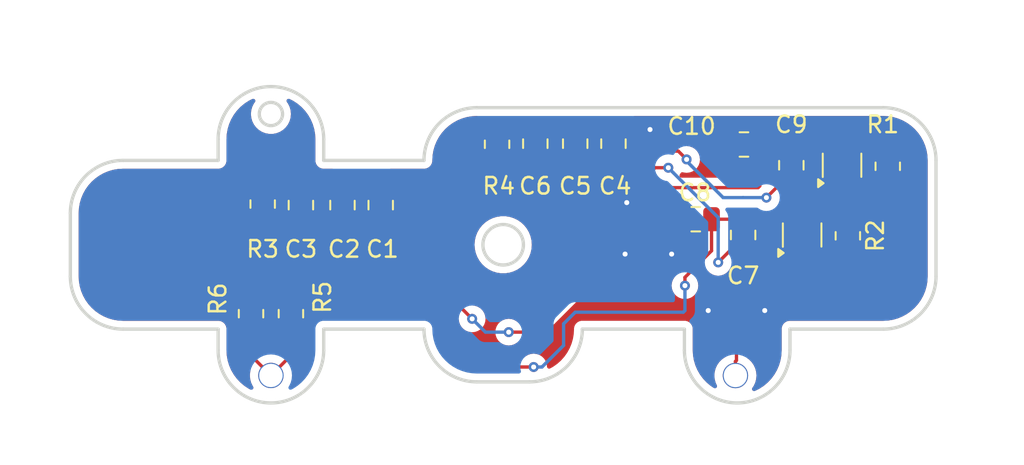
<source format=kicad_pcb>
(kicad_pcb (version 20240108) (generator "pcbnew") (generator_version "8.0")
  (layers (0 "F.Cu" signal) (31 "B.Cu" signal) (34 "B.Paste" user) (35 "F.Paste" user) (36 "B.SilkS" user "B.Silkscreen") (37 "F.SilkS" user "F.Silkscreen") (38 "B.Mask" user) (39 "F.Mask" user) (44 "Edge.Cuts" user))
  (net 0 "")
  (net 1 "Net-(U1-~{EN})")
  (net 2 "GND")
  (net 3 "Net-(U2-~{EN})")
  (net 4 "Net-(U1-VIN)")
  (net 5 "Net-(U2-VIN)")
  (net 6 "Net-(Input1-Vsma)")
  (net 7 "Net-(Output1-Vsma)")
  (net 8 "Net-(U2-VOUT)")
  (net 9 "Net-(U1-VOUT)")
  (footprint "Capacitor_SMD:C_0805_2012Metric" (layer "F.Cu") (at 153.3 104.65 -90)
    (property "Reference" "C5" (at 2.55 0 180) (layer "F.SilkS"))
    (property "Value" "100p" (hide yes))
    (fp_line (start -0.261252 0.735) (end 0.261252 0.735) (stroke (width 0.12)) (layer "F.SilkS"))
    (fp_line (start -0.261252 -0.735) (end 0.261252 -0.735) (stroke (width 0.12)) (layer "F.SilkS"))
    (pad "1" smd roundrect (at -0.95 0 270) (size 1 1.45) (layers "F.Cu" "F.Paste" "F.Mask") (net 2 "GND"))
    (pad "2" smd roundrect (at 0.95 0 270) (size 1 1.45) (layers "F.Cu" "F.Paste" "F.Mask") (net 3 "Net-(U2-~{EN})"))
  )
  (footprint "Resistor_SMD:R_0805_2012Metric" (layer "F.Cu") (at 169.7 110.2 -90)
    (property "Reference" "R2" (at 0 -1.65 90) (layer "F.SilkS"))
    (property "Value" "10R" (hide yes))
    (fp_line (start -0.227064 0.735) (end 0.227064 0.735) (stroke (width 0.12)) (layer "F.SilkS"))
    (fp_line (start -0.227064 -0.735) (end 0.227064 -0.735) (stroke (width 0.12)) (layer "F.SilkS"))
    (pad "1" smd roundrect (at -0.9125 0 270) (size 1.025 1.4) (layers "F.Cu" "F.Paste" "F.Mask") (roundrect_rratio 0.243902) (net 9 "Net-(U1-VOUT)"))
    (pad "2" smd roundrect (at 0.9125 0 270) (size 1.025 1.4) (layers "F.Cu" "F.Paste" "F.Mask") (roundrect_rratio 0.243902) (net 6 "Net-(Input1-Vsma)"))
  )
  (footprint "Package_TO_SOT_SMD:SOT-343_SC-70-4" (layer "F.Cu") (at 169.35 105.95 90)
    (property "Reference" "U2" (hide yes))
    (property "Value" " ATF-34143")
    (fp_line (start -0.71 -1.16) (end 0.7 -1.16) (stroke (width 0.12)) (layer "F.SilkS"))
    (fp_line (start -0.7 1.16) (end 0.7 1.16) (stroke (width 0.12)) (layer "F.SilkS"))
    (fp_poly (pts (xy -1.08 -1.11) (xy -1.32 -1.44) (xy -0.84 -1.44) (xy -1.08 -1.11)) (stroke (width 0.12)) (fill solid) (layer "F.SilkS"))
    (pad "1" smd roundrect (at -0.95 -0.65 90) (size 0.65 0.4) (layers "F.Cu" "F.Paste" "F.Mask") (net 3 "Net-(U2-~{EN})"))
    (pad "2" smd roundrect (at -0.95 0.65 90) (size 0.65 0.4) (layers "F.Cu" "F.Paste" "F.Mask"))
    (pad "3" smd roundrect (at 0.95 0.65 90) (size 0.65 0.4) (layers "F.Cu" "F.Paste" "F.Mask") (net 8 "Net-(U2-VOUT)"))
    (pad "4" smd roundrect (at 0.95 -0.65 90) (size 0.65 0.4) (layers "F.Cu" "F.Paste" "F.Mask") (net 5 "Net-(U2-VIN)"))
  )
  (footprint "1_My_custom_library:sma_bulhead_feethrough_through_hole" (layer "F.Cu") (at 162.936727 118.613243)
    (property "Reference" "Input1" (hide yes))
    (property "Value" "~" (hide yes))
    (pad "1" thru_hole circle (at 0 0) (size 1.524 1.524) (drill 1.4) (layers "*.Cu" "*.Mask") (net 6 "Net-(Input1-Vsma)"))
  )
  (footprint "Resistor_SMD:R_0805_2012Metric" (layer "F.Cu") (at 148.6 104.6875 90)
    (property "Reference" "R4" (at -2.5125 0.1 180) (layer "F.SilkS"))
    (property "Value" "200R" (hide yes))
    (fp_line (start -0.227064 -0.735) (end 0.227064 -0.735) (stroke (width 0.12)) (layer "F.SilkS"))
    (fp_line (start -0.227064 0.735) (end 0.227064 0.735) (stroke (width 0.12)) (layer "F.SilkS"))
    (pad "1" smd roundrect (at -0.9125 0 90) (size 1.025 1.4) (layers "F.Cu" "F.Paste" "F.Mask") (roundrect_rratio 0.243902) (net 3 "Net-(U2-~{EN})"))
    (pad "2" smd roundrect (at 0.9125 0 90) (size 1.025 1.4) (layers "F.Cu" "F.Paste" "F.Mask") (roundrect_rratio 0.243902) (net 2 "GND"))
  )
  (footprint "1_My_custom_library:sma_bulhead_feethrough_through_hole" (layer "F.Cu") (at 134.995938 118.609181)
    (property "Reference" "Output1" (hide yes))
    (property "Value" "~" (hide yes))
    (pad "1" thru_hole circle (at 0 0) (size 1.524 1.524) (drill 1.4) (layers "*.Cu" "*.Mask") (net 7 "Net-(Output1-Vsma)"))
  )
  (footprint "Capacitor_SMD:C_0805_2012Metric" (layer "F.Cu") (at 163.4 110.15 90)
    (property "Reference" "C7" (at -2.45 0 180) (layer "F.SilkS"))
    (property "Value" "100p" (hide yes))
    (fp_line (start -0.261252 -0.735) (end 0.261252 -0.735) (stroke (width 0.12)) (layer "F.SilkS"))
    (fp_line (start -0.261252 0.735) (end 0.261252 0.735) (stroke (width 0.12)) (layer "F.SilkS"))
    (pad "1" smd roundrect (at -0.95 0 90) (size 1 1.45) (layers "F.Cu" "F.Paste" "F.Mask") (net 1 "Net-(U1-~{EN})"))
    (pad "2" smd roundrect (at 0.95 0 90) (size 1 1.45) (layers "F.Cu" "F.Paste" "F.Mask") (net 4 "Net-(U1-VIN)"))
  )
  (footprint "Capacitor_SMD:C_0805_2012Metric" (layer "F.Cu") (at 155.6 104.65 -90)
    (property "Reference" "C4" (at 2.55 -0.1 180) (layer "F.SilkS"))
    (property "Value" "100p" (hide yes))
    (fp_line (start -0.261252 0.735) (end 0.261252 0.735) (stroke (width 0.12)) (layer "F.SilkS"))
    (fp_line (start -0.261252 -0.735) (end 0.261252 -0.735) (stroke (width 0.12)) (layer "F.SilkS"))
    (pad "1" smd roundrect (at -0.95 0 270) (size 1 1.45) (layers "F.Cu" "F.Paste" "F.Mask") (net 2 "GND"))
    (pad "2" smd roundrect (at 0.95 0 270) (size 1 1.45) (layers "F.Cu" "F.Paste" "F.Mask") (net 3 "Net-(U2-~{EN})"))
  )
  (footprint "Resistor_SMD:R_0805_2012Metric" (layer "F.Cu") (at 136.2 114.8875 90)
    (property "Reference" "R5" (at 0.9875 1.9 90) (layer "F.SilkS"))
    (property "Value" "10R" (hide yes))
    (fp_line (start -0.227064 -0.735) (end 0.227064 -0.735) (stroke (width 0.12)) (layer "F.SilkS"))
    (fp_line (start -0.227064 0.735) (end 0.227064 0.735) (stroke (width 0.12)) (layer "F.SilkS"))
    (pad "1" smd roundrect (at -0.9125 0 90) (size 1.025 1.4) (layers "F.Cu" "F.Paste" "F.Mask") (roundrect_rratio 0.243902) (net 7 "Net-(Output1-Vsma)"))
    (pad "2" smd roundrect (at 0.9125 0 90) (size 1.025 1.4) (layers "F.Cu" "F.Paste" "F.Mask") (roundrect_rratio 0.243902) (net 4 "Net-(U1-VIN)"))
  )
  (footprint "Capacitor_SMD:C_0805_2012Metric" (layer "F.Cu") (at 150.9 104.65 -90)
    (property "Reference" "C6" (at 2.55 0 180) (layer "F.SilkS"))
    (property "Value" "470p" (hide yes))
    (fp_line (start -0.261252 0.735) (end 0.261252 0.735) (stroke (width 0.12)) (layer "F.SilkS"))
    (fp_line (start -0.261252 -0.735) (end 0.261252 -0.735) (stroke (width 0.12)) (layer "F.SilkS"))
    (pad "1" smd roundrect (at -0.95 0 270) (size 1 1.45) (layers "F.Cu" "F.Paste" "F.Mask") (net 2 "GND"))
    (pad "2" smd roundrect (at 0.95 0 270) (size 1 1.45) (layers "F.Cu" "F.Paste" "F.Mask") (net 3 "Net-(U2-~{EN})"))
  )
  (footprint "Capacitor_SMD:C_0805_2012Metric" (layer "F.Cu") (at 141.6 108.35 -90)
    (property "Reference" "C1" (at 2.65 -0.1 180) (layer "F.SilkS"))
    (property "Value" "100p" (hide yes))
    (fp_line (start -0.261252 0.735) (end 0.261252 0.735) (stroke (width 0.12)) (layer "F.SilkS"))
    (fp_line (start -0.261252 -0.735) (end 0.261252 -0.735) (stroke (width 0.12)) (layer "F.SilkS"))
    (pad "1" smd roundrect (at -0.95 0 270) (size 1 1.45) (layers "F.Cu" "F.Paste" "F.Mask") (net 2 "GND"))
    (pad "2" smd roundrect (at 0.95 0 270) (size 1 1.45) (layers "F.Cu" "F.Paste" "F.Mask") (net 1 "Net-(U1-~{EN})"))
  )
  (footprint "Capacitor_SMD:C_0805_2012Metric" (layer "F.Cu") (at 136.8 108.35 -90)
    (property "Reference" "C3" (at 2.65 0 180) (layer "F.SilkS"))
    (property "Value" "470p" (hide yes))
    (fp_line (start -0.261252 0.735) (end 0.261252 0.735) (stroke (width 0.12)) (layer "F.SilkS"))
    (fp_line (start -0.261252 -0.735) (end 0.261252 -0.735) (stroke (width 0.12)) (layer "F.SilkS"))
    (pad "1" smd roundrect (at -0.95 0 270) (size 1 1.45) (layers "F.Cu" "F.Paste" "F.Mask") (net 2 "GND"))
    (pad "2" smd roundrect (at 0.95 0 270) (size 1 1.45) (layers "F.Cu" "F.Paste" "F.Mask") (net 1 "Net-(U1-~{EN})"))
  )
  (footprint "Capacitor_SMD:C_0805_2012Metric" (layer "F.Cu") (at 139.3 108.35 -90)
    (property "Reference" "C2" (at 2.65 -0.1 180) (layer "F.SilkS"))
    (property "Value" "100p" (hide yes))
    (fp_line (start -0.261252 0.735) (end 0.261252 0.735) (stroke (width 0.12)) (layer "F.SilkS"))
    (fp_line (start -0.261252 -0.735) (end 0.261252 -0.735) (stroke (width 0.12)) (layer "F.SilkS"))
    (pad "1" smd roundrect (at -0.95 0 270) (size 1 1.45) (layers "F.Cu" "F.Paste" "F.Mask") (net 2 "GND"))
    (pad "2" smd roundrect (at 0.95 0 270) (size 1 1.45) (layers "F.Cu" "F.Paste" "F.Mask") (net 1 "Net-(U1-~{EN})"))
  )
  (footprint "Capacitor_SMD:C_0805_2012Metric" (layer "F.Cu") (at 166.3 105.95 90)
    (property "Reference" "C9" (at 2.45 0 180) (layer "F.SilkS"))
    (property "Value" "100p" (hide yes))
    (fp_line (start -0.261252 -0.735) (end 0.261252 -0.735) (stroke (width 0.12)) (layer "F.SilkS"))
    (fp_line (start -0.261252 0.735) (end 0.261252 0.735) (stroke (width 0.12)) (layer "F.SilkS"))
    (pad "1" smd roundrect (at -0.95 0 90) (size 1 1.45) (layers "F.Cu" "F.Paste" "F.Mask") (net 3 "Net-(U2-~{EN})"))
    (pad "2" smd roundrect (at 0.95 0 90) (size 1 1.45) (layers "F.Cu" "F.Paste" "F.Mask") (net 5 "Net-(U2-VIN)"))
  )
  (footprint "Resistor_SMD:R_0805_2012Metric" (layer "F.Cu") (at 172.1 106.0125 90)
    (property "Reference" "R1" (at 2.5125 -0.3 180) (layer "F.SilkS"))
    (property "Value" "10R" (hide yes))
    (fp_line (start -0.227064 -0.735) (end 0.227064 -0.735) (stroke (width 0.12)) (layer "F.SilkS"))
    (fp_line (start -0.227064 0.735) (end 0.227064 0.735) (stroke (width 0.12)) (layer "F.SilkS"))
    (pad "1" smd roundrect (at -0.9125 0 90) (size 1.025 1.4) (layers "F.Cu" "F.Paste" "F.Mask") (roundrect_rratio 0.243902) (net 6 "Net-(Input1-Vsma)"))
    (pad "2" smd roundrect (at 0.9125 0 90) (size 1.025 1.4) (layers "F.Cu" "F.Paste" "F.Mask") (roundrect_rratio 0.243902) (net 8 "Net-(U2-VOUT)"))
  )
  (footprint "Resistor_SMD:R_0805_2012Metric" (layer "F.Cu") (at 134.5 108.2875 90)
    (property "Reference" "R3" (at -2.7125 0 180) (layer "F.SilkS"))
    (property "Value" "200R" (hide yes))
    (fp_line (start -0.227064 -0.735) (end 0.227064 -0.735) (stroke (width 0.12)) (layer "F.SilkS"))
    (fp_line (start -0.227064 0.735) (end 0.227064 0.735) (stroke (width 0.12)) (layer "F.SilkS"))
    (pad "1" smd roundrect (at -0.9125 0 90) (size 1.025 1.4) (layers "F.Cu" "F.Paste" "F.Mask") (roundrect_rratio 0.243902) (net 1 "Net-(U1-~{EN})"))
    (pad "2" smd roundrect (at 0.9125 0 90) (size 1.025 1.4) (layers "F.Cu" "F.Paste" "F.Mask") (roundrect_rratio 0.243902) (net 2 "GND"))
  )
  (footprint "Resistor_SMD:R_0805_2012Metric" (layer "F.Cu") (at 133.8 114.8875 -90)
    (property "Reference" "R6" (at -0.8875 2 90) (layer "F.SilkS"))
    (property "Value" "10R" (hide yes))
    (fp_line (start -0.227064 0.735) (end 0.227064 0.735) (stroke (width 0.12)) (layer "F.SilkS"))
    (fp_line (start -0.227064 -0.735) (end 0.227064 -0.735) (stroke (width 0.12)) (layer "F.SilkS"))
    (pad "1" smd roundrect (at -0.9125 0 270) (size 1.025 1.4) (layers "F.Cu" "F.Paste" "F.Mask") (roundrect_rratio 0.243902) (net 5 "Net-(U2-VIN)"))
    (pad "2" smd roundrect (at 0.9125 0 270) (size 1.025 1.4) (layers "F.Cu" "F.Paste" "F.Mask") (roundrect_rratio 0.243902) (net 7 "Net-(Output1-Vsma)"))
  )
  (footprint "Capacitor_SMD:C_0805_2012Metric" (layer "F.Cu") (at 160.55 109.2 180)
    (property "Reference" "C8" (at 0.05 1.6 0) (layer "F.SilkS"))
    (property "Value" "100p" (hide yes))
    (fp_line (start -0.261252 0.735) (end 0.261252 0.735) (stroke (width 0.12)) (layer "F.SilkS"))
    (fp_line (start -0.261252 -0.735) (end 0.261252 -0.735) (stroke (width 0.12)) (layer "F.SilkS"))
    (pad "1" smd roundrect (at -0.95 0 180) (size 1 1.45) (layers "F.Cu" "F.Paste" "F.Mask") (net 4 "Net-(U1-VIN)"))
    (pad "2" smd roundrect (at 0.95 0 180) (size 1 1.45) (layers "F.Cu" "F.Paste" "F.Mask") (net 2 "GND"))
  )
  (footprint "Capacitor_SMD:C_0805_2012Metric" (layer "F.Cu") (at 163.45 104.7 180)
    (property "Reference" "C10" (at 3.15 1.1 0) (layer "F.SilkS"))
    (property "Value" "100p" (hide yes))
    (fp_line (start -0.261252 0.735) (end 0.261252 0.735) (stroke (width 0.12)) (layer "F.SilkS"))
    (fp_line (start -0.261252 -0.735) (end 0.261252 -0.735) (stroke (width 0.12)) (layer "F.SilkS"))
    (pad "1" smd roundrect (at -0.95 0 180) (size 1 1.45) (layers "F.Cu" "F.Paste" "F.Mask") (net 5 "Net-(U2-VIN)"))
    (pad "2" smd roundrect (at 0.95 0 180) (size 1 1.45) (layers "F.Cu" "F.Paste" "F.Mask") (net 2 "GND"))
  )
  (footprint "Package_TO_SOT_SMD:SOT-343_SC-70-4" (layer "F.Cu") (at 166.95 110.15 90)
    (property "Reference" "U1" (hide yes))
    (property "Value" " ATF-34143" (hide yes))
    (fp_line (start -0.71 -1.16) (end 0.7 -1.16) (stroke (width 0.12)) (layer "F.SilkS"))
    (fp_line (start -0.7 1.16) (end 0.7 1.16) (stroke (width 0.12)) (layer "F.SilkS"))
    (fp_poly (pts (xy -1.08 -1.11) (xy -1.32 -1.44) (xy -0.84 -1.44) (xy -1.08 -1.11)) (stroke (width 0.12)) (fill solid) (layer "F.SilkS"))
    (pad "1" smd roundrect (at -0.95 -0.65 90) (size 0.65 0.4) (layers "F.Cu" "F.Paste" "F.Mask") (net 1 "Net-(U1-~{EN})"))
    (pad "2" smd roundrect (at -0.95 0.65 90) (size 0.65 0.4) (layers "F.Cu" "F.Paste" "F.Mask"))
    (pad "3" smd roundrect (at 0.95 0.65 90) (size 0.65 0.4) (layers "F.Cu" "F.Paste" "F.Mask") (net 9 "Net-(U1-VOUT)"))
    (pad "4" smd roundrect (at 0.95 -0.65 90) (size 0.65 0.4) (layers "F.Cu" "F.Paste" "F.Mask") (net 4 "Net-(U1-VIN)"))
  )
  (gr_line (start 131.821821 115.818242) (end 131.821821 117.088242) (stroke (width 0.2)) (layer "Edge.Cuts"))
  (gr_arc (start 153.72932 115.818242) (mid 152.799385 118.063306) (end 150.554322 118.993242) (stroke (width 0.2)) (layer "Edge.Cuts"))
  (gr_line (start 138.171821 117.088242) (end 138.171821 115.818242) (stroke (width 0.2)) (layer "Edge.Cuts"))
  (gr_circle (center 148.966821 110.738242) (end 148.966821 109.519042) (stroke (width 0.2)) (fill none) (layer "Edge.Cuts"))
  (gr_circle (center 134.996821 102.864242) (end 134.996821 102.164242) (stroke (width 0.2)) (fill none) (layer "Edge.Cuts"))
  (gr_line (start 171.826821 102.483242) (end 147.379321 102.483242) (stroke (width 0.2)) (layer "Edge.Cuts"))
  (gr_arc (start 147.379321 118.993242) (mid 145.134257 118.063306) (end 144.204322 115.818242) (stroke (width 0.2)) (layer "Edge.Cuts"))
  (gr_line (start 153.72932 115.818242) (end 159.868511 115.818242) (stroke (width 0.2)) (layer "Edge.Cuts"))
  (gr_line (start 138.171821 105.658242) (end 138.171821 104.388242) (stroke (width 0.2)) (layer "Edge.Cuts"))
  (gr_arc (start 122.931821 108.833242) (mid 123.861757 106.588178) (end 126.106821 105.658242) (stroke (width 0.2)) (layer "Edge.Cuts"))
  (gr_line (start 131.821821 105.658242) (end 126.106821 105.658242) (stroke (width 0.2)) (layer "Edge.Cuts"))
  (gr_arc (start 131.821821 104.388242) (mid 134.996821 101.213242) (end 138.171821 104.388242) (stroke (width 0.2)) (layer "Edge.Cuts"))
  (gr_line (start 122.931821 108.833242) (end 122.931821 112.643242) (stroke (width 0.2)) (layer "Edge.Cuts"))
  (gr_arc (start 166.218511 117.088242) (mid 163.043511 120.263242) (end 159.868511 117.088242) (stroke (width 0.2)) (layer "Edge.Cuts"))
  (gr_line (start 166.218511 115.818242) (end 171.826821 115.818242) (stroke (width 0.2)) (layer "Edge.Cuts"))
  (gr_line (start 126.106821 115.818242) (end 131.821821 115.818242) (stroke (width 0.2)) (layer "Edge.Cuts"))
  (gr_arc (start 126.106821 115.818242) (mid 123.861757 114.888306) (end 122.931821 112.643242) (stroke (width 0.2)) (layer "Edge.Cuts"))
  (gr_arc (start 144.204322 105.658242) (mid 145.134258 103.413179) (end 147.379321 102.483242) (stroke (width 0.2)) (layer "Edge.Cuts"))
  (gr_line (start 175.001821 112.643242) (end 175.001821 105.658242) (stroke (width 0.2)) (layer "Edge.Cuts"))
  (gr_line (start 131.821821 104.388242) (end 131.821821 105.658242) (stroke (width 0.2)) (layer "Edge.Cuts"))
  (gr_line (start 144.204322 105.658242) (end 138.171821 105.658242) (stroke (width 0.2)) (layer "Edge.Cuts"))
  (gr_line (start 166.218511 117.088242) (end 166.218511 115.818242) (stroke (width 0.2)) (layer "Edge.Cuts"))
  (gr_arc (start 175.001821 112.643242) (mid 174.071885 114.888306) (end 171.826821 115.818242) (stroke (width 0.2)) (layer "Edge.Cuts"))
  (gr_arc (start 171.826821 102.483242) (mid 174.071885 103.413178) (end 175.001821 105.658242) (stroke (width 0.2)) (layer "Edge.Cuts"))
  (gr_line (start 147.379321 118.993242) (end 150.554322 118.993242) (stroke (width 0.2)) (layer "Edge.Cuts"))
  (gr_arc (start 138.171821 117.088242) (mid 134.996821 120.263242) (end 131.821821 117.088242) (stroke (width 0.2)) (layer "Edge.Cuts"))
  (gr_line (start 138.171821 115.818242) (end 144.204322 115.818242) (stroke (width 0.2)) (layer "Edge.Cuts"))
  (gr_line (start 159.868511 115.818242) (end 159.868511 117.088242) (stroke (width 0.2)) (layer "Edge.Cuts"))
  (segment (start 164.9 114.7) (end 164.7 114.7) (width 0.2) (layer "F.Cu") (net 0))
  (segment (start 156.1 108.5) (end 156.4 108.2) (width 0.2) (layer "F.Cu") (net 0))
  (via (at 161.3 114.7) (size 0.6) (drill 0.3) (layers "F.Cu" "B.Cu") (net 0))
  (via (at 164.7 114.7) (size 0.6) (drill 0.3) (layers "F.Cu" "B.Cu") (net 0))
  (via (at 157.8 103.8) (size 0.6) (drill 0.3) (layers "F.Cu" "B.Cu") (net 0))
  (via (at 156.4 108.2) (size 0.6) (drill 0.3) (layers "F.Cu" "B.Cu") (net 0))
  (segment (start 157.5 104.1) (end 157.8 103.8) (width 0.2) (layer "B.Cu") (net 0))
  (segment (start 156.4 108.2) (end 157.1 107.5) (width 0.2) (layer "B.Cu") (net 0))
  (segment (start 157.1 107.5) (end 157.1 107.4) (width 0.2) (layer "B.Cu") (net 0))
  (segment (start 157.5 107) (end 157.5 104.1) (width 0.2) (layer "B.Cu") (net 0))
  (segment (start 157.1 107.4) (end 157.5 107) (width 0.2) (layer "B.Cu") (net 0))
  (segment (start 164.7 114.7) (end 161.3 114.7) (width 0.2) (layer "B.Cu") (net 0))
  (segment (start 145.5 106.7) (end 144.3 107.9) (width 0.2) (layer "F.Cu") (net 1))
  (segment (start 157.6 106.5) (end 157.4 106.7) (width 0.2) (layer "F.Cu") (net 1))
  (segment (start 144.2 107.9) (end 142.8 109.3) (width 0.2) (layer "F.Cu") (net 1))
  (segment (start 144.3 107.9) (end 144.2 107.9) (width 0.2) (layer "F.Cu") (net 1))
  (segment (start 163.4 111.1) (end 166.3 111.1) (width 0.2) (layer "F.Cu") (net 1))
  (segment (start 142.8 109.3) (end 141.6 109.3) (width 0.2) (layer "F.Cu") (net 1))
  (segment (start 141.6 109.3) (end 139.3 109.3) (width 0.2) (layer "F.Cu") (net 1))
  (segment (start 157.4 106.7) (end 145.5 106.7) (width 0.2) (layer "F.Cu") (net 1))
  (segment (start 162.6 111.1) (end 161.9 111.8) (width 0.2) (layer "F.Cu") (net 1))
  (segment (start 158.1 106.1) (end 157.7 106.5) (width 0.2) (layer "F.Cu") (net 1))
  (segment (start 158.9 106.1) (end 158.1 106.1) (width 0.2) (layer "F.Cu") (net 1))
  (segment (start 163.4 111.1) (end 162.6 111.1) (width 0.2) (layer "F.Cu") (net 1))
  (segment (start 134.6 109.3) (end 134.5 109.2) (width 0.2) (layer "F.Cu") (net 1))
  (segment (start 136.8 109.3) (end 134.6 109.3) (width 0.2) (layer "F.Cu") (net 1))
  (segment (start 157.7 106.5) (end 157.6 106.5) (width 0.2) (layer "F.Cu") (net 1))
  (segment (start 139.3 109.3) (end 136.8 109.3) (width 0.2) (layer "F.Cu") (net 1))
  (via (at 158.9 106.1) (size 0.6) (drill 0.3) (layers "F.Cu" "B.Cu") (net 1))
  (via (at 161.9 111.8) (size 0.6) (drill 0.3) (layers "F.Cu" "B.Cu") (net 1))
  (segment (start 161.9 109.1) (end 159.2 106.4) (width 0.2) (layer "B.Cu") (net 1))
  (segment (start 159.2 106.4) (end 158.9 106.1) (width 0.2) (layer "B.Cu") (net 1))
  (segment (start 161.9 111.8) (end 161.9 109.1) (width 0.2) (layer "B.Cu") (net 1))
  (segment (start 159.6 109.2) (end 159.6 110.8) (width 0.2) (layer "F.Cu") (net 2))
  (segment (start 159.6 110.8) (end 159.1 111.3) (width 0.2) (layer "F.Cu") (net 2))
  (via (at 156.3 111.3) (size 0.6) (drill 0.3) (layers "F.Cu" "B.Cu") (net 2))
  (via (at 159.1 111.3) (size 0.6) (drill 0.3) (layers "F.Cu" "B.Cu") (net 2))
  (segment (start 159.1 111.3) (end 156.3 111.3) (width 0.2) (layer "B.Cu") (net 2))
  (segment (start 150.9 105.6) (end 153.3 105.6) (width 0.2) (layer "F.Cu") (net 3))
  (segment (start 155.6 105.6) (end 153.3 105.6) (width 0.2) (layer "F.Cu") (net 3))
  (segment (start 160 105.6) (end 159.5 105.1) (width 0.2) (layer "F.Cu") (net 3))
  (segment (start 159.5 105.1) (end 157 105.1) (width 0.2) (layer "F.Cu") (net 3))
  (segment (start 156.5 105.6) (end 155.6 105.6) (width 0.2) (layer "F.Cu") (net 3))
  (segment (start 166.3 106.9) (end 165.8 106.9) (width 0.2) (layer "F.Cu") (net 3))
  (segment (start 148.6 105.6) (end 150.9 105.6) (width 0.2) (layer "F.Cu") (net 3))
  (segment (start 165.8 106.9) (end 164.8 107.9) (width 0.2) (layer "F.Cu") (net 3))
  (segment (start 157 105.1) (end 156.5 105.6) (width 0.2) (layer "F.Cu") (net 3))
  (segment (start 166.3 106.9) (end 168.7 106.9) (width 0.2) (layer "F.Cu") (net 3))
  (via (at 160 105.6) (size 0.6) (drill 0.3) (layers "F.Cu" "B.Cu") (net 3))
  (via (at 164.8 107.9) (size 0.6) (drill 0.3) (layers "F.Cu" "B.Cu") (net 3))
  (segment (start 160.3 106) (end 160 105.7) (width 0.2) (layer "B.Cu") (net 3))
  (segment (start 164.8 107.9) (end 163.4 107.9) (width 0.2) (layer "B.Cu") (net 3))
  (segment (start 162.2 107.9) (end 160.3 106) (width 0.2) (layer "B.Cu") (net 3))
  (segment (start 160 105.7) (end 160 105.6) (width 0.2) (layer "B.Cu") (net 3))
  (segment (start 163.4 107.9) (end 162.2 107.9) (width 0.2) (layer "B.Cu") (net 3))
  (segment (start 147.8 118.1) (end 150.8 118.1) (width 0.2) (layer "F.Cu") (net 4))
  (segment (start 137.975 113.975) (end 136.2 113.975) (width 0.2) (layer "F.Cu") (net 4))
  (segment (start 146.6 118.1) (end 147.8 118.1) (width 0.2) (layer "F.Cu") (net 4))
  (segment (start 145.7 116.2) (end 145.7 117.2) (width 0.2) (layer "F.Cu") (net 4))
  (segment (start 138 114) (end 137.975 113.975) (width 0.2) (layer "F.Cu") (net 4))
  (segment (start 161.5 109.2) (end 161.5 111.1) (width 0.2) (layer "F.Cu") (net 4))
  (segment (start 139.4 115.1) (end 144.6 115.1) (width 0.2) (layer "F.Cu") (net 4))
  (segment (start 159.9 112.7) (end 159.9 113.2) (width 0.2) (layer "F.Cu") (net 4))
  (segment (start 163.4 109.2) (end 166.3 109.2) (width 0.2) (layer "F.Cu") (net 4))
  (segment (start 163.4 109.2) (end 161.5 109.2) (width 0.2) (layer "F.Cu") (net 4))
  (segment (start 139.4 115.1) (end 138.3 114) (width 0.2) (layer "F.Cu") (net 4))
  (segment (start 145.7 117.2) (end 146 117.5) (width 0.2) (layer "F.Cu") (net 4))
  (segment (start 146 117.5) (end 146.6 118.1) (width 0.2) (layer "F.Cu") (net 4))
  (segment (start 138.3 114) (end 138 114) (width 0.2) (layer "F.Cu") (net 4))
  (segment (start 144.6 115.1) (end 145.7 116.2) (width 0.2) (layer "F.Cu") (net 4))
  (segment (start 161.5 111.1) (end 159.9 112.7) (width 0.2) (layer "F.Cu") (net 4))
  (via (at 159.9 113.2) (size 0.6) (drill 0.3) (layers "F.Cu" "B.Cu") (net 4))
  (via (at 150.8 118.1) (size 0.6) (drill 0.3) (layers "F.Cu" "B.Cu") (net 4))
  (segment (start 152.6 115.5) (end 153.3 114.8) (width 0.2) (layer "B.Cu") (net 4))
  (segment (start 159.8 114.8) (end 159.9 114.7) (width 0.2) (layer "B.Cu") (net 4))
  (segment (start 153.3 114.8) (end 159.8 114.8) (width 0.2) (layer "B.Cu") (net 4))
  (segment (start 159.9 114.7) (end 159.9 113.2) (width 0.2) (layer "B.Cu") (net 4))
  (segment (start 151.3 118.1) (end 152.6 116.8) (width 0.2) (layer "B.Cu") (net 4))
  (segment (start 150.8 118.1) (end 151.3 118.1) (width 0.2) (layer "B.Cu") (net 4))
  (segment (start 152.6 116.8) (end 152.6 115.5) (width 0.2) (layer "B.Cu") (net 4))
  (segment (start 164.4 107.2) (end 164.3 107.3) (width 0.2) (layer "F.Cu") (net 5))
  (segment (start 153.5 113.2) (end 150.7 116) (width 0.2) (layer "F.Cu") (net 5))
  (segment (start 150.7 116) (end 149.3 116) (width 0.2) (layer "F.Cu") (net 5))
  (segment (start 157.8 113.2) (end 153.5 113.2) (width 0.2) (layer "F.Cu") (net 5))
  (segment (start 166.3 105) (end 166 105) (width 0.2) (layer "F.Cu") (net 5))
  (segment (start 133.8 112.7) (end 133.8 113.975) (width 0.2) (layer "F.Cu") (net 5))
  (segment (start 145.8 113.9) (end 139.9 113.9) (width 0.2) (layer "F.Cu") (net 5))
  (segment (start 164.3 107.3) (end 157.8 107.3) (width 0.2) (layer "F.Cu") (net 5))
  (segment (start 139.9 113.9) (end 138.7 112.7) (width 0.2) (layer "F.Cu") (net 5))
  (segment (start 164.3 105) (end 164 104.7) (width 0.2) (layer "F.Cu") (net 5))
  (segment (start 157.8 107.3) (end 157.8 113.2) (width 0.2) (layer "F.Cu") (net 5))
  (segment (start 166 105) (end 165.7 104.7) (width 0.2) (layer "F.Cu") (net 5))
  (segment (start 165.7 104.7) (end 164.4 104.7) (width 0.2) (layer "F.Cu") (net 5))
  (segment (start 168.7 105) (end 166.3 105) (width 0.2) (layer "F.Cu") (net 5))
  (segment (start 147.1 115.2) (end 145.8 113.9) (width 0.2) (layer "F.Cu") (net 5))
  (segment (start 138.7 112.7) (end 133.8 112.7) (width 0.2) (layer "F.Cu") (net 5))
  (segment (start 164.4 104.7) (end 164.4 107.2) (width 0.2) (layer "F.Cu") (net 5))
  (via (at 149.3 116) (size 0.6) (drill 0.3) (layers "F.Cu" "B.Cu") (net 5))
  (via (at 147.1 115.2) (size 0.6) (drill 0.3) (layers "F.Cu" "B.Cu") (net 5))
  (segment (start 147.9 116) (end 147.1 115.2) (width 0.2) (layer "B.Cu") (net 5))
  (segment (start 149.3 116) (end 147.9 116) (width 0.2) (layer "B.Cu") (net 5))
  (segment (start 149.5 116) (end 149.3 116) (width 0.2) (layer "B.Cu") (net 5))
  (segment (start 162.936727 117.763273) (end 163 117.7) (width 0.2) (layer "F.Cu") (net 6))
  (segment (start 172 113.2) (end 172.1 113.1) (width 0.2) (layer "F.Cu") (net 6))
  (segment (start 163 117.7) (end 163 113.2) (width 0.2) (layer "F.Cu") (net 6))
  (segment (start 169.7 113.2) (end 172 113.2) (width 0.2) (layer "F.Cu") (net 6))
  (segment (start 163 113.2) (end 169.7 113.2) (width 0.2) (layer "F.Cu") (net 6))
  (segment (start 169.7 113.2) (end 169.7 111.1125) (width 0.2) (layer "F.Cu") (net 6))
  (segment (start 162.936727 118.613243) (end 162.936727 117.763273) (width 0.2) (layer "F.Cu") (net 6))
  (segment (start 172.1 113.1) (end 172.1 106.925) (width 0.2) (layer "F.Cu") (net 6))
  (segment (start 136.2 115.8) (end 136.2 117.405119) (width 0.2) (layer "F.Cu") (net 7))
  (segment (start 136.2 117.405119) (end 134.995938 118.609181) (width 0.2) (layer "F.Cu") (net 7))
  (segment (start 133.8 117.413243) (end 134.995938 118.609181) (width 0.2) (layer "F.Cu") (net 7))
  (segment (start 133.8 115.8) (end 133.8 117.413243) (width 0.2) (layer "F.Cu") (net 7))
  (segment (start 170.1 105.1) (end 170 105) (width 0.2) (layer "F.Cu") (net 8))
  (segment (start 172.1 105.1) (end 170.1 105.1) (width 0.2) (layer "F.Cu") (net 8))
  (segment (start 167.6875 109.2875) (end 167.6 109.2) (width 0.2) (layer "F.Cu") (net 9))
  (segment (start 169.7 109.2875) (end 167.6875 109.2875) (width 0.2) (layer "F.Cu") (net 9))
  (zone (net 2) (net_name "GND") (layer "F.Cu") (connect_pads (clearance 0.5)) (min_thickness 0.25) (fill yes (thermal_gap 0.5) (thermal_bridge_width 0.5))
    (polygon (pts (xy 177.1 98.5) (xy 177.5 121.7) (xy 121 121.6) (xy 121.3 98.5)))
  )
  (zone (net 2) (net_name "GND") (layer "B.Cu") (priority 1) (connect_pads (clearance 0.5)) (min_thickness 0.25) (fill yes (thermal_gap 0.5) (thermal_bridge_width 0.5))
    (polygon (pts (xy 119.4 96.1) (xy 179.9 96) (xy 180.3 123.9) (xy 118.7 124)))
  )
)
</source>
